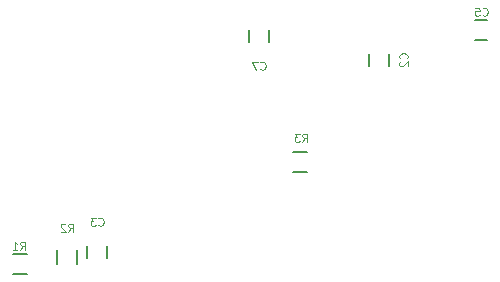
<source format=gbo>
G04 #@! TF.FileFunction,Legend,Bot*
%FSLAX46Y46*%
G04 Gerber Fmt 4.6, Leading zero omitted, Abs format (unit mm)*
G04 Created by KiCad (PCBNEW 4.0.0-2.201512091501+6195~38~ubuntu14.04.1-stable) date Wed 16 Dec 2015 17:55:33 GMT*
%MOMM*%
G01*
G04 APERTURE LIST*
%ADD10C,0.100000*%
%ADD11C,0.150000*%
%ADD12C,0.110000*%
G04 APERTURE END LIST*
D10*
D11*
X193890000Y-89908000D02*
X193890000Y-90908000D01*
X192190000Y-90908000D02*
X192190000Y-89908000D01*
X170014000Y-106164000D02*
X170014000Y-107164000D01*
X168314000Y-107164000D02*
X168314000Y-106164000D01*
X202192000Y-88734000D02*
X201192000Y-88734000D01*
X201192000Y-87034000D02*
X202192000Y-87034000D01*
X182030000Y-88892000D02*
X182030000Y-87892000D01*
X183730000Y-87892000D02*
X183730000Y-88892000D01*
X162026000Y-108571000D02*
X163226000Y-108571000D01*
X163226000Y-106821000D02*
X162026000Y-106821000D01*
X165749000Y-106522000D02*
X165749000Y-107722000D01*
X167499000Y-107722000D02*
X167499000Y-106522000D01*
X186970000Y-98185000D02*
X185770000Y-98185000D01*
X185770000Y-99935000D02*
X186970000Y-99935000D01*
D12*
X195390000Y-90291334D02*
X195423333Y-90258000D01*
X195456667Y-90158000D01*
X195456667Y-90091334D01*
X195423333Y-89991334D01*
X195356667Y-89924667D01*
X195290000Y-89891334D01*
X195156667Y-89858000D01*
X195056667Y-89858000D01*
X194923333Y-89891334D01*
X194856667Y-89924667D01*
X194790000Y-89991334D01*
X194756667Y-90091334D01*
X194756667Y-90158000D01*
X194790000Y-90258000D01*
X194823333Y-90291334D01*
X194823333Y-90558000D02*
X194790000Y-90591334D01*
X194756667Y-90658000D01*
X194756667Y-90824667D01*
X194790000Y-90891334D01*
X194823333Y-90924667D01*
X194890000Y-90958000D01*
X194956667Y-90958000D01*
X195056667Y-90924667D01*
X195456667Y-90524667D01*
X195456667Y-90958000D01*
X169280666Y-104390000D02*
X169314000Y-104423333D01*
X169414000Y-104456667D01*
X169480666Y-104456667D01*
X169580666Y-104423333D01*
X169647333Y-104356667D01*
X169680666Y-104290000D01*
X169714000Y-104156667D01*
X169714000Y-104056667D01*
X169680666Y-103923333D01*
X169647333Y-103856667D01*
X169580666Y-103790000D01*
X169480666Y-103756667D01*
X169414000Y-103756667D01*
X169314000Y-103790000D01*
X169280666Y-103823333D01*
X169047333Y-103756667D02*
X168614000Y-103756667D01*
X168847333Y-104023333D01*
X168747333Y-104023333D01*
X168680666Y-104056667D01*
X168647333Y-104090000D01*
X168614000Y-104156667D01*
X168614000Y-104323333D01*
X168647333Y-104390000D01*
X168680666Y-104423333D01*
X168747333Y-104456667D01*
X168947333Y-104456667D01*
X169014000Y-104423333D01*
X169047333Y-104390000D01*
X201808666Y-86610000D02*
X201842000Y-86643333D01*
X201942000Y-86676667D01*
X202008666Y-86676667D01*
X202108666Y-86643333D01*
X202175333Y-86576667D01*
X202208666Y-86510000D01*
X202242000Y-86376667D01*
X202242000Y-86276667D01*
X202208666Y-86143333D01*
X202175333Y-86076667D01*
X202108666Y-86010000D01*
X202008666Y-85976667D01*
X201942000Y-85976667D01*
X201842000Y-86010000D01*
X201808666Y-86043333D01*
X201175333Y-85976667D02*
X201508666Y-85976667D01*
X201542000Y-86310000D01*
X201508666Y-86276667D01*
X201442000Y-86243333D01*
X201275333Y-86243333D01*
X201208666Y-86276667D01*
X201175333Y-86310000D01*
X201142000Y-86376667D01*
X201142000Y-86543333D01*
X201175333Y-86610000D01*
X201208666Y-86643333D01*
X201275333Y-86676667D01*
X201442000Y-86676667D01*
X201508666Y-86643333D01*
X201542000Y-86610000D01*
X182996666Y-91182000D02*
X183030000Y-91215333D01*
X183130000Y-91248667D01*
X183196666Y-91248667D01*
X183296666Y-91215333D01*
X183363333Y-91148667D01*
X183396666Y-91082000D01*
X183430000Y-90948667D01*
X183430000Y-90848667D01*
X183396666Y-90715333D01*
X183363333Y-90648667D01*
X183296666Y-90582000D01*
X183196666Y-90548667D01*
X183130000Y-90548667D01*
X183030000Y-90582000D01*
X182996666Y-90615333D01*
X182763333Y-90548667D02*
X182296666Y-90548667D01*
X182596666Y-91248667D01*
X162676666Y-106488667D02*
X162910000Y-106155333D01*
X163076666Y-106488667D02*
X163076666Y-105788667D01*
X162810000Y-105788667D01*
X162743333Y-105822000D01*
X162710000Y-105855333D01*
X162676666Y-105922000D01*
X162676666Y-106022000D01*
X162710000Y-106088667D01*
X162743333Y-106122000D01*
X162810000Y-106155333D01*
X163076666Y-106155333D01*
X162010000Y-106488667D02*
X162410000Y-106488667D01*
X162210000Y-106488667D02*
X162210000Y-105788667D01*
X162276666Y-105888667D01*
X162343333Y-105955333D01*
X162410000Y-105988667D01*
X166740666Y-104964667D02*
X166974000Y-104631333D01*
X167140666Y-104964667D02*
X167140666Y-104264667D01*
X166874000Y-104264667D01*
X166807333Y-104298000D01*
X166774000Y-104331333D01*
X166740666Y-104398000D01*
X166740666Y-104498000D01*
X166774000Y-104564667D01*
X166807333Y-104598000D01*
X166874000Y-104631333D01*
X167140666Y-104631333D01*
X166474000Y-104331333D02*
X166440666Y-104298000D01*
X166374000Y-104264667D01*
X166207333Y-104264667D01*
X166140666Y-104298000D01*
X166107333Y-104331333D01*
X166074000Y-104398000D01*
X166074000Y-104464667D01*
X166107333Y-104564667D01*
X166507333Y-104964667D01*
X166074000Y-104964667D01*
X186552666Y-97344667D02*
X186786000Y-97011333D01*
X186952666Y-97344667D02*
X186952666Y-96644667D01*
X186686000Y-96644667D01*
X186619333Y-96678000D01*
X186586000Y-96711333D01*
X186552666Y-96778000D01*
X186552666Y-96878000D01*
X186586000Y-96944667D01*
X186619333Y-96978000D01*
X186686000Y-97011333D01*
X186952666Y-97011333D01*
X186319333Y-96644667D02*
X185886000Y-96644667D01*
X186119333Y-96911333D01*
X186019333Y-96911333D01*
X185952666Y-96944667D01*
X185919333Y-96978000D01*
X185886000Y-97044667D01*
X185886000Y-97211333D01*
X185919333Y-97278000D01*
X185952666Y-97311333D01*
X186019333Y-97344667D01*
X186219333Y-97344667D01*
X186286000Y-97311333D01*
X186319333Y-97278000D01*
M02*

</source>
